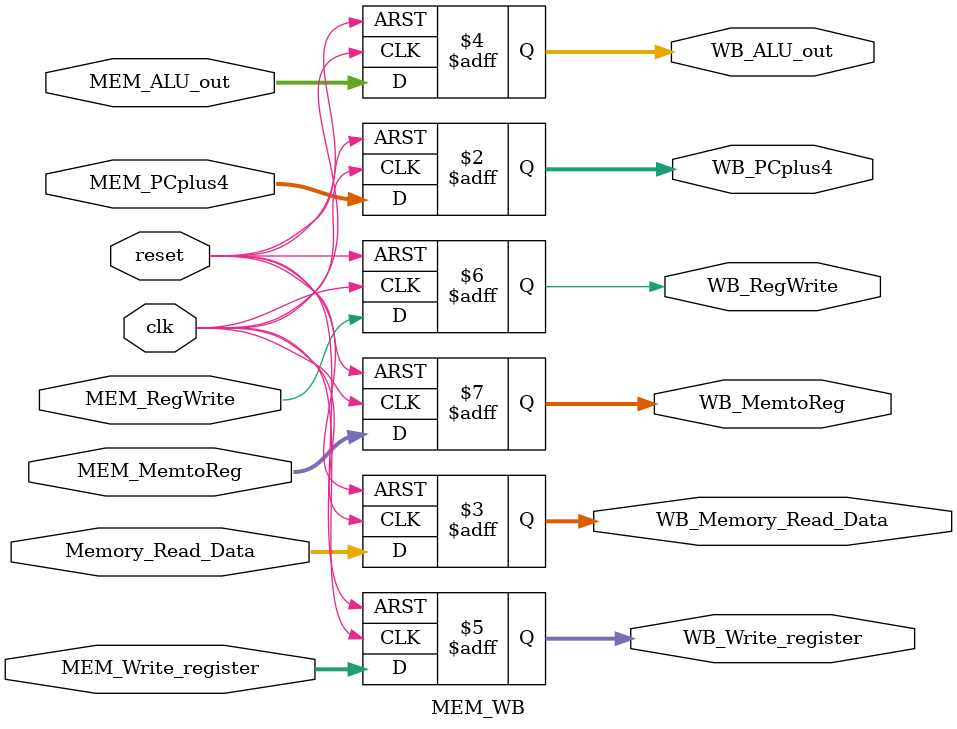
<source format=v>
module MEM_WB(
    input clk,reset,
    input [32 -1:0] MEM_PCplus4             ,
    input [32 -1:0] Memory_Read_Data        ,
    input [32 -1:0] MEM_ALU_out             ,
    input [4  :0] MEM_Write_register        ,
    input MEM_RegWrite                      ,
    input [2 -1:0] MEM_MemtoReg             ,
    output reg [32 -1:0] WB_PCplus4         ,
    output reg [32 -1:0] WB_Memory_Read_Data,
    output reg [32 -1:0] WB_ALU_out         ,
    output reg [4  :0] WB_Write_register    ,
    output reg WB_RegWrite                  ,
    output reg [2 -1:0] WB_MemtoReg
);
    always @(posedge clk or posedge reset) begin
        if (reset) begin
            WB_PCplus4 <= 32'h00000000;
            WB_Memory_Read_Data <= 32'h00000000;
            WB_ALU_out <= 32'h00000000;
            WB_Write_register <= 5'b00000;
            WB_RegWrite <= 1'b0;
            WB_MemtoReg <= 2'b00;
        end 
        else begin
            WB_PCplus4 <= MEM_PCplus4;
            WB_Memory_Read_Data <= Memory_Read_Data;
            WB_ALU_out <= MEM_ALU_out;
            WB_Write_register <= MEM_Write_register;
            WB_RegWrite <= MEM_RegWrite;
            WB_MemtoReg <= MEM_MemtoReg;
        end
    end
endmodule

</source>
